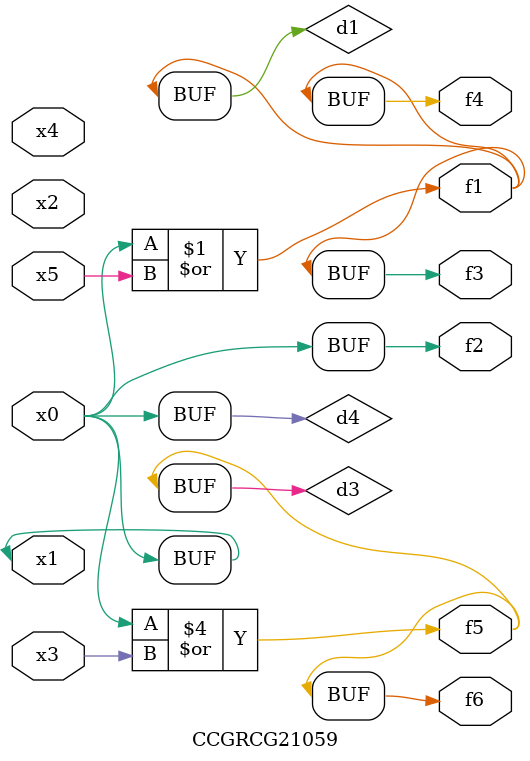
<source format=v>
module CCGRCG21059(
	input x0, x1, x2, x3, x4, x5,
	output f1, f2, f3, f4, f5, f6
);

	wire d1, d2, d3, d4;

	or (d1, x0, x5);
	xnor (d2, x1, x4);
	or (d3, x0, x3);
	buf (d4, x0, x1);
	assign f1 = d1;
	assign f2 = d4;
	assign f3 = d1;
	assign f4 = d1;
	assign f5 = d3;
	assign f6 = d3;
endmodule

</source>
